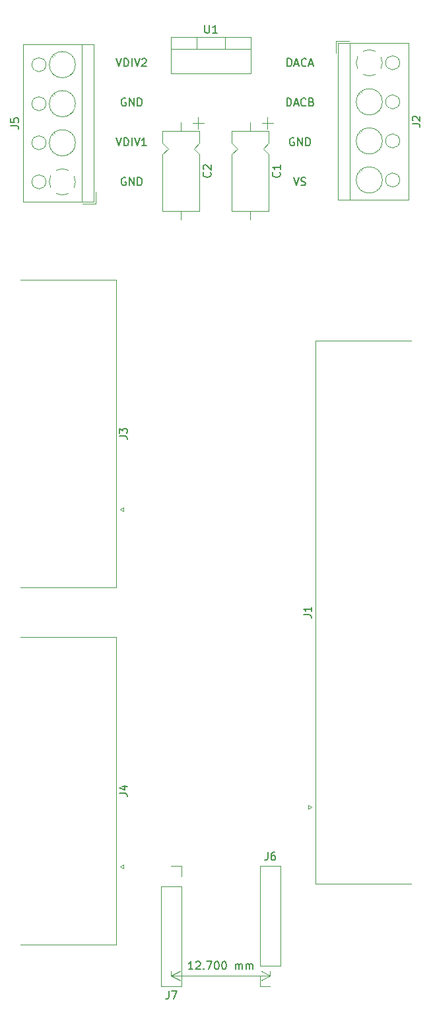
<source format=gto>
G04 #@! TF.GenerationSoftware,KiCad,Pcbnew,(6.0.0-rc1-dev-392-gd9d005190)*
G04 #@! TF.CreationDate,2018-09-18T13:24:25-04:00*
G04 #@! TF.ProjectId,labjack_breakout,6C61626A61636B5F627265616B6F7574,rev?*
G04 #@! TF.SameCoordinates,Original*
G04 #@! TF.FileFunction,Legend,Top*
G04 #@! TF.FilePolarity,Positive*
%FSLAX46Y46*%
G04 Gerber Fmt 4.6, Leading zero omitted, Abs format (unit mm)*
G04 Created by KiCad (PCBNEW (6.0.0-rc1-dev-392-gd9d005190)) date 09/18/18 13:24:25*
%MOMM*%
%LPD*%
G01*
G04 APERTURE LIST*
%ADD10C,0.150000*%
%ADD11C,0.120000*%
G04 APERTURE END LIST*
D10*
X109458571Y-157932380D02*
X108887142Y-157932380D01*
X109172857Y-157932380D02*
X109172857Y-156932380D01*
X109077619Y-157075238D01*
X108982380Y-157170476D01*
X108887142Y-157218095D01*
X109839523Y-157027619D02*
X109887142Y-156980000D01*
X109982380Y-156932380D01*
X110220476Y-156932380D01*
X110315714Y-156980000D01*
X110363333Y-157027619D01*
X110410952Y-157122857D01*
X110410952Y-157218095D01*
X110363333Y-157360952D01*
X109791904Y-157932380D01*
X110410952Y-157932380D01*
X110839523Y-157837142D02*
X110887142Y-157884761D01*
X110839523Y-157932380D01*
X110791904Y-157884761D01*
X110839523Y-157837142D01*
X110839523Y-157932380D01*
X111220476Y-156932380D02*
X111887142Y-156932380D01*
X111458571Y-157932380D01*
X112458571Y-156932380D02*
X112553809Y-156932380D01*
X112649047Y-156980000D01*
X112696666Y-157027619D01*
X112744285Y-157122857D01*
X112791904Y-157313333D01*
X112791904Y-157551428D01*
X112744285Y-157741904D01*
X112696666Y-157837142D01*
X112649047Y-157884761D01*
X112553809Y-157932380D01*
X112458571Y-157932380D01*
X112363333Y-157884761D01*
X112315714Y-157837142D01*
X112268095Y-157741904D01*
X112220476Y-157551428D01*
X112220476Y-157313333D01*
X112268095Y-157122857D01*
X112315714Y-157027619D01*
X112363333Y-156980000D01*
X112458571Y-156932380D01*
X113410952Y-156932380D02*
X113506190Y-156932380D01*
X113601428Y-156980000D01*
X113649047Y-157027619D01*
X113696666Y-157122857D01*
X113744285Y-157313333D01*
X113744285Y-157551428D01*
X113696666Y-157741904D01*
X113649047Y-157837142D01*
X113601428Y-157884761D01*
X113506190Y-157932380D01*
X113410952Y-157932380D01*
X113315714Y-157884761D01*
X113268095Y-157837142D01*
X113220476Y-157741904D01*
X113172857Y-157551428D01*
X113172857Y-157313333D01*
X113220476Y-157122857D01*
X113268095Y-157027619D01*
X113315714Y-156980000D01*
X113410952Y-156932380D01*
X114934761Y-157932380D02*
X114934761Y-157265714D01*
X114934761Y-157360952D02*
X114982380Y-157313333D01*
X115077619Y-157265714D01*
X115220476Y-157265714D01*
X115315714Y-157313333D01*
X115363333Y-157408571D01*
X115363333Y-157932380D01*
X115363333Y-157408571D02*
X115410952Y-157313333D01*
X115506190Y-157265714D01*
X115649047Y-157265714D01*
X115744285Y-157313333D01*
X115791904Y-157408571D01*
X115791904Y-157932380D01*
X116268095Y-157932380D02*
X116268095Y-157265714D01*
X116268095Y-157360952D02*
X116315714Y-157313333D01*
X116410952Y-157265714D01*
X116553809Y-157265714D01*
X116649047Y-157313333D01*
X116696666Y-157408571D01*
X116696666Y-157932380D01*
X116696666Y-157408571D02*
X116744285Y-157313333D01*
X116839523Y-157265714D01*
X116982380Y-157265714D01*
X117077619Y-157313333D01*
X117125238Y-157408571D01*
X117125238Y-157932380D01*
D11*
X119380000Y-158750000D02*
X106680000Y-158750000D01*
X119380000Y-158750000D02*
X119380000Y-158163579D01*
X106680000Y-158750000D02*
X106680000Y-158163579D01*
X106680000Y-158750000D02*
X107806504Y-158163579D01*
X106680000Y-158750000D02*
X107806504Y-159336421D01*
X119380000Y-158750000D02*
X118253496Y-158163579D01*
X119380000Y-158750000D02*
X118253496Y-159336421D01*
D10*
X99623809Y-41362380D02*
X99957142Y-42362380D01*
X100290476Y-41362380D01*
X100623809Y-42362380D02*
X100623809Y-41362380D01*
X100861904Y-41362380D01*
X101004761Y-41410000D01*
X101100000Y-41505238D01*
X101147619Y-41600476D01*
X101195238Y-41790952D01*
X101195238Y-41933809D01*
X101147619Y-42124285D01*
X101100000Y-42219523D01*
X101004761Y-42314761D01*
X100861904Y-42362380D01*
X100623809Y-42362380D01*
X101623809Y-42362380D02*
X101623809Y-41362380D01*
X101957142Y-41362380D02*
X102290476Y-42362380D01*
X102623809Y-41362380D01*
X102909523Y-41457619D02*
X102957142Y-41410000D01*
X103052380Y-41362380D01*
X103290476Y-41362380D01*
X103385714Y-41410000D01*
X103433333Y-41457619D01*
X103480952Y-41552857D01*
X103480952Y-41648095D01*
X103433333Y-41790952D01*
X102861904Y-42362380D01*
X103480952Y-42362380D01*
X99623809Y-51522380D02*
X99957142Y-52522380D01*
X100290476Y-51522380D01*
X100623809Y-52522380D02*
X100623809Y-51522380D01*
X100861904Y-51522380D01*
X101004761Y-51570000D01*
X101100000Y-51665238D01*
X101147619Y-51760476D01*
X101195238Y-51950952D01*
X101195238Y-52093809D01*
X101147619Y-52284285D01*
X101100000Y-52379523D01*
X101004761Y-52474761D01*
X100861904Y-52522380D01*
X100623809Y-52522380D01*
X101623809Y-52522380D02*
X101623809Y-51522380D01*
X101957142Y-51522380D02*
X102290476Y-52522380D01*
X102623809Y-51522380D01*
X103480952Y-52522380D02*
X102909523Y-52522380D01*
X103195238Y-52522380D02*
X103195238Y-51522380D01*
X103100000Y-51665238D01*
X103004761Y-51760476D01*
X102909523Y-51808095D01*
X100838095Y-46490000D02*
X100742857Y-46442380D01*
X100600000Y-46442380D01*
X100457142Y-46490000D01*
X100361904Y-46585238D01*
X100314285Y-46680476D01*
X100266666Y-46870952D01*
X100266666Y-47013809D01*
X100314285Y-47204285D01*
X100361904Y-47299523D01*
X100457142Y-47394761D01*
X100600000Y-47442380D01*
X100695238Y-47442380D01*
X100838095Y-47394761D01*
X100885714Y-47347142D01*
X100885714Y-47013809D01*
X100695238Y-47013809D01*
X101314285Y-47442380D02*
X101314285Y-46442380D01*
X101885714Y-47442380D01*
X101885714Y-46442380D01*
X102361904Y-47442380D02*
X102361904Y-46442380D01*
X102600000Y-46442380D01*
X102742857Y-46490000D01*
X102838095Y-46585238D01*
X102885714Y-46680476D01*
X102933333Y-46870952D01*
X102933333Y-47013809D01*
X102885714Y-47204285D01*
X102838095Y-47299523D01*
X102742857Y-47394761D01*
X102600000Y-47442380D01*
X102361904Y-47442380D01*
X100838095Y-56650000D02*
X100742857Y-56602380D01*
X100600000Y-56602380D01*
X100457142Y-56650000D01*
X100361904Y-56745238D01*
X100314285Y-56840476D01*
X100266666Y-57030952D01*
X100266666Y-57173809D01*
X100314285Y-57364285D01*
X100361904Y-57459523D01*
X100457142Y-57554761D01*
X100600000Y-57602380D01*
X100695238Y-57602380D01*
X100838095Y-57554761D01*
X100885714Y-57507142D01*
X100885714Y-57173809D01*
X100695238Y-57173809D01*
X101314285Y-57602380D02*
X101314285Y-56602380D01*
X101885714Y-57602380D01*
X101885714Y-56602380D01*
X102361904Y-57602380D02*
X102361904Y-56602380D01*
X102600000Y-56602380D01*
X102742857Y-56650000D01*
X102838095Y-56745238D01*
X102885714Y-56840476D01*
X102933333Y-57030952D01*
X102933333Y-57173809D01*
X102885714Y-57364285D01*
X102838095Y-57459523D01*
X102742857Y-57554761D01*
X102600000Y-57602380D01*
X102361904Y-57602380D01*
X122380476Y-56602380D02*
X122713809Y-57602380D01*
X123047142Y-56602380D01*
X123332857Y-57554761D02*
X123475714Y-57602380D01*
X123713809Y-57602380D01*
X123809047Y-57554761D01*
X123856666Y-57507142D01*
X123904285Y-57411904D01*
X123904285Y-57316666D01*
X123856666Y-57221428D01*
X123809047Y-57173809D01*
X123713809Y-57126190D01*
X123523333Y-57078571D01*
X123428095Y-57030952D01*
X123380476Y-56983333D01*
X123332857Y-56888095D01*
X123332857Y-56792857D01*
X123380476Y-56697619D01*
X123428095Y-56650000D01*
X123523333Y-56602380D01*
X123761428Y-56602380D01*
X123904285Y-56650000D01*
X122428095Y-51570000D02*
X122332857Y-51522380D01*
X122190000Y-51522380D01*
X122047142Y-51570000D01*
X121951904Y-51665238D01*
X121904285Y-51760476D01*
X121856666Y-51950952D01*
X121856666Y-52093809D01*
X121904285Y-52284285D01*
X121951904Y-52379523D01*
X122047142Y-52474761D01*
X122190000Y-52522380D01*
X122285238Y-52522380D01*
X122428095Y-52474761D01*
X122475714Y-52427142D01*
X122475714Y-52093809D01*
X122285238Y-52093809D01*
X122904285Y-52522380D02*
X122904285Y-51522380D01*
X123475714Y-52522380D01*
X123475714Y-51522380D01*
X123951904Y-52522380D02*
X123951904Y-51522380D01*
X124190000Y-51522380D01*
X124332857Y-51570000D01*
X124428095Y-51665238D01*
X124475714Y-51760476D01*
X124523333Y-51950952D01*
X124523333Y-52093809D01*
X124475714Y-52284285D01*
X124428095Y-52379523D01*
X124332857Y-52474761D01*
X124190000Y-52522380D01*
X123951904Y-52522380D01*
X121499523Y-47442380D02*
X121499523Y-46442380D01*
X121737619Y-46442380D01*
X121880476Y-46490000D01*
X121975714Y-46585238D01*
X122023333Y-46680476D01*
X122070952Y-46870952D01*
X122070952Y-47013809D01*
X122023333Y-47204285D01*
X121975714Y-47299523D01*
X121880476Y-47394761D01*
X121737619Y-47442380D01*
X121499523Y-47442380D01*
X122451904Y-47156666D02*
X122928095Y-47156666D01*
X122356666Y-47442380D02*
X122690000Y-46442380D01*
X123023333Y-47442380D01*
X123928095Y-47347142D02*
X123880476Y-47394761D01*
X123737619Y-47442380D01*
X123642380Y-47442380D01*
X123499523Y-47394761D01*
X123404285Y-47299523D01*
X123356666Y-47204285D01*
X123309047Y-47013809D01*
X123309047Y-46870952D01*
X123356666Y-46680476D01*
X123404285Y-46585238D01*
X123499523Y-46490000D01*
X123642380Y-46442380D01*
X123737619Y-46442380D01*
X123880476Y-46490000D01*
X123928095Y-46537619D01*
X124690000Y-46918571D02*
X124832857Y-46966190D01*
X124880476Y-47013809D01*
X124928095Y-47109047D01*
X124928095Y-47251904D01*
X124880476Y-47347142D01*
X124832857Y-47394761D01*
X124737619Y-47442380D01*
X124356666Y-47442380D01*
X124356666Y-46442380D01*
X124690000Y-46442380D01*
X124785238Y-46490000D01*
X124832857Y-46537619D01*
X124880476Y-46632857D01*
X124880476Y-46728095D01*
X124832857Y-46823333D01*
X124785238Y-46870952D01*
X124690000Y-46918571D01*
X124356666Y-46918571D01*
X121570952Y-42362380D02*
X121570952Y-41362380D01*
X121809047Y-41362380D01*
X121951904Y-41410000D01*
X122047142Y-41505238D01*
X122094761Y-41600476D01*
X122142380Y-41790952D01*
X122142380Y-41933809D01*
X122094761Y-42124285D01*
X122047142Y-42219523D01*
X121951904Y-42314761D01*
X121809047Y-42362380D01*
X121570952Y-42362380D01*
X122523333Y-42076666D02*
X122999523Y-42076666D01*
X122428095Y-42362380D02*
X122761428Y-41362380D01*
X123094761Y-42362380D01*
X123999523Y-42267142D02*
X123951904Y-42314761D01*
X123809047Y-42362380D01*
X123713809Y-42362380D01*
X123570952Y-42314761D01*
X123475714Y-42219523D01*
X123428095Y-42124285D01*
X123380476Y-41933809D01*
X123380476Y-41790952D01*
X123428095Y-41600476D01*
X123475714Y-41505238D01*
X123570952Y-41410000D01*
X123713809Y-41362380D01*
X123809047Y-41362380D01*
X123951904Y-41410000D01*
X123999523Y-41457619D01*
X124380476Y-42076666D02*
X124856666Y-42076666D01*
X124285238Y-42362380D02*
X124618571Y-41362380D01*
X124951904Y-42362380D01*
D11*
G04 #@! TO.C,C1*
X119040000Y-48890000D02*
X119040000Y-50390000D01*
X119790000Y-49640000D02*
X118290000Y-49640000D01*
X119210000Y-50640000D02*
X114470000Y-50640000D01*
X119210000Y-60880000D02*
X114470000Y-60880000D01*
X119210000Y-50640000D02*
X119210000Y-52140000D01*
X119210000Y-52140000D02*
X118460000Y-52890000D01*
X118460000Y-52890000D02*
X119210000Y-53640000D01*
X119210000Y-53640000D02*
X119210000Y-60880000D01*
X114470000Y-50640000D02*
X114470000Y-52140000D01*
X114470000Y-52140000D02*
X115220000Y-52890000D01*
X115220000Y-52890000D02*
X114470000Y-53640000D01*
X114470000Y-53640000D02*
X114470000Y-60880000D01*
X116840000Y-49500000D02*
X116840000Y-50640000D01*
X116840000Y-62020000D02*
X116840000Y-60880000D01*
G04 #@! TO.C,C2*
X107950000Y-62020000D02*
X107950000Y-60880000D01*
X107950000Y-49500000D02*
X107950000Y-50640000D01*
X105580000Y-53640000D02*
X105580000Y-60880000D01*
X106330000Y-52890000D02*
X105580000Y-53640000D01*
X105580000Y-52140000D02*
X106330000Y-52890000D01*
X105580000Y-50640000D02*
X105580000Y-52140000D01*
X110320000Y-53640000D02*
X110320000Y-60880000D01*
X109570000Y-52890000D02*
X110320000Y-53640000D01*
X110320000Y-52140000D02*
X109570000Y-52890000D01*
X110320000Y-50640000D02*
X110320000Y-52140000D01*
X110320000Y-60880000D02*
X105580000Y-60880000D01*
X110320000Y-50640000D02*
X105580000Y-50640000D01*
X110900000Y-49640000D02*
X109400000Y-49640000D01*
X110150000Y-48890000D02*
X110150000Y-50390000D01*
G04 #@! TO.C,J2*
X130596648Y-42698712D02*
G75*
G02X130400000Y-41910000I1483352J788712D01*
G01*
X132869088Y-43393953D02*
G75*
G02X131291000Y-43394000I-789088J1483953D01*
G01*
X133563953Y-41120912D02*
G75*
G02X133564000Y-42699000I-1483953J-789088D01*
G01*
X131290912Y-40426047D02*
G75*
G02X132869000Y-40426000I789088J-1483953D01*
G01*
X130399550Y-41939383D02*
G75*
G02X130596000Y-41121000I1680450J29383D01*
G01*
X135980000Y-41910000D02*
G75*
G03X135980000Y-41910000I-900000J0D01*
G01*
X133760000Y-46910000D02*
G75*
G03X133760000Y-46910000I-1680000J0D01*
G01*
X135980000Y-46910000D02*
G75*
G03X135980000Y-46910000I-900000J0D01*
G01*
X133760000Y-51910000D02*
G75*
G03X133760000Y-51910000I-1680000J0D01*
G01*
X135980000Y-51910000D02*
G75*
G03X135980000Y-51910000I-900000J0D01*
G01*
X133760000Y-56910000D02*
G75*
G03X133760000Y-56910000I-1680000J0D01*
G01*
X135980000Y-56910000D02*
G75*
G03X135980000Y-56910000I-900000J0D01*
G01*
X129580000Y-39350000D02*
X129580000Y-59471000D01*
X137140000Y-39350000D02*
X137140000Y-59471000D01*
X128020000Y-39350000D02*
X128020000Y-59471000D01*
X137140000Y-39350000D02*
X128020000Y-39350000D01*
X137140000Y-59471000D02*
X128020000Y-59471000D01*
X133149000Y-48185000D02*
X133056000Y-48091000D01*
X130864000Y-45900000D02*
X130806000Y-45841000D01*
X133355000Y-47980000D02*
X133296000Y-47921000D01*
X131104000Y-45730000D02*
X131011000Y-45636000D01*
X133149000Y-53185000D02*
X133056000Y-53091000D01*
X130864000Y-50900000D02*
X130806000Y-50841000D01*
X133355000Y-52980000D02*
X133296000Y-52921000D01*
X131104000Y-50730000D02*
X131011000Y-50636000D01*
X133149000Y-58185000D02*
X133056000Y-58091000D01*
X130864000Y-55900000D02*
X130806000Y-55841000D01*
X133355000Y-57980000D02*
X133296000Y-57921000D01*
X131104000Y-55730000D02*
X131011000Y-55636000D01*
X129520000Y-39110000D02*
X127780000Y-39110000D01*
X127780000Y-39110000D02*
X127780000Y-40610000D01*
G04 #@! TO.C,J5*
X97010000Y-59950000D02*
X97010000Y-58450000D01*
X95270000Y-59950000D02*
X97010000Y-59950000D01*
X93686000Y-43330000D02*
X93779000Y-43424000D01*
X91435000Y-41080000D02*
X91494000Y-41139000D01*
X93926000Y-43160000D02*
X93984000Y-43219000D01*
X91641000Y-40875000D02*
X91734000Y-40969000D01*
X93686000Y-48330000D02*
X93779000Y-48424000D01*
X91435000Y-46080000D02*
X91494000Y-46139000D01*
X93926000Y-48160000D02*
X93984000Y-48219000D01*
X91641000Y-45875000D02*
X91734000Y-45969000D01*
X93686000Y-53330000D02*
X93779000Y-53424000D01*
X91435000Y-51080000D02*
X91494000Y-51139000D01*
X93926000Y-53160000D02*
X93984000Y-53219000D01*
X91641000Y-50875000D02*
X91734000Y-50969000D01*
X87650000Y-39589000D02*
X96770000Y-39589000D01*
X87650000Y-59710000D02*
X96770000Y-59710000D01*
X96770000Y-59710000D02*
X96770000Y-39589000D01*
X87650000Y-59710000D02*
X87650000Y-39589000D01*
X95210000Y-59710000D02*
X95210000Y-39589000D01*
X90610000Y-42150000D02*
G75*
G03X90610000Y-42150000I-900000J0D01*
G01*
X94390000Y-42150000D02*
G75*
G03X94390000Y-42150000I-1680000J0D01*
G01*
X90610000Y-47150000D02*
G75*
G03X90610000Y-47150000I-900000J0D01*
G01*
X94390000Y-47150000D02*
G75*
G03X94390000Y-47150000I-1680000J0D01*
G01*
X90610000Y-52150000D02*
G75*
G03X90610000Y-52150000I-900000J0D01*
G01*
X94390000Y-52150000D02*
G75*
G03X94390000Y-52150000I-1680000J0D01*
G01*
X90610000Y-57150000D02*
G75*
G03X90610000Y-57150000I-900000J0D01*
G01*
X94390450Y-57120617D02*
G75*
G02X94194000Y-57939000I-1680450J-29383D01*
G01*
X93499088Y-58633953D02*
G75*
G02X91921000Y-58634000I-789088J1483953D01*
G01*
X91226047Y-57939088D02*
G75*
G02X91226000Y-56361000I1483953J789088D01*
G01*
X91920912Y-55666047D02*
G75*
G02X93499000Y-55666000I789088J-1483953D01*
G01*
X94193352Y-56361288D02*
G75*
G02X94390000Y-57150000I-1483352J-788712D01*
G01*
G04 #@! TO.C,J6*
X120710000Y-157480000D02*
X118050000Y-157480000D01*
X120710000Y-157480000D02*
X120710000Y-144720000D01*
X120710000Y-144720000D02*
X118050000Y-144720000D01*
X118050000Y-157480000D02*
X118050000Y-144720000D01*
X118050000Y-160080000D02*
X118050000Y-158750000D01*
X119380000Y-160080000D02*
X118050000Y-160080000D01*
G04 #@! TO.C,J7*
X106680000Y-144720000D02*
X108010000Y-144720000D01*
X108010000Y-144720000D02*
X108010000Y-146050000D01*
X108010000Y-147320000D02*
X108010000Y-160080000D01*
X105350000Y-160080000D02*
X108010000Y-160080000D01*
X105350000Y-147320000D02*
X105350000Y-160080000D01*
X105350000Y-147320000D02*
X108010000Y-147320000D01*
G04 #@! TO.C,U1*
X106640000Y-38640000D02*
X116880000Y-38640000D01*
X106640000Y-43281000D02*
X116880000Y-43281000D01*
X106640000Y-38640000D02*
X106640000Y-43281000D01*
X116880000Y-38640000D02*
X116880000Y-43281000D01*
X106640000Y-40150000D02*
X116880000Y-40150000D01*
X109910000Y-38640000D02*
X109910000Y-40150000D01*
X113611000Y-38640000D02*
X113611000Y-40150000D01*
G04 #@! TO.C,J1*
X137480000Y-146990000D02*
X125140000Y-146990000D01*
X125140000Y-146990000D02*
X125140000Y-77470000D01*
X125140000Y-77470000D02*
X137480000Y-77470000D01*
X124245662Y-137410000D02*
X124245662Y-136910000D01*
X124245662Y-136910000D02*
X124678675Y-137160000D01*
X124678675Y-137160000D02*
X124245662Y-137410000D01*
G04 #@! TO.C,J3*
X100111325Y-99060000D02*
X100544338Y-98810000D01*
X100544338Y-99310000D02*
X100111325Y-99060000D01*
X100544338Y-98810000D02*
X100544338Y-99310000D01*
X99650000Y-109025000D02*
X87310000Y-109025000D01*
X99650000Y-69705000D02*
X99650000Y-109025000D01*
X87310000Y-69705000D02*
X99650000Y-69705000D01*
G04 #@! TO.C,J4*
X87310000Y-115425000D02*
X99650000Y-115425000D01*
X99650000Y-115425000D02*
X99650000Y-154745000D01*
X99650000Y-154745000D02*
X87310000Y-154745000D01*
X100544338Y-144530000D02*
X100544338Y-145030000D01*
X100544338Y-145030000D02*
X100111325Y-144780000D01*
X100111325Y-144780000D02*
X100544338Y-144530000D01*
G04 #@! TO.C,C1*
D10*
X120567142Y-55926666D02*
X120614761Y-55974285D01*
X120662380Y-56117142D01*
X120662380Y-56212380D01*
X120614761Y-56355238D01*
X120519523Y-56450476D01*
X120424285Y-56498095D01*
X120233809Y-56545714D01*
X120090952Y-56545714D01*
X119900476Y-56498095D01*
X119805238Y-56450476D01*
X119710000Y-56355238D01*
X119662380Y-56212380D01*
X119662380Y-56117142D01*
X119710000Y-55974285D01*
X119757619Y-55926666D01*
X120662380Y-54974285D02*
X120662380Y-55545714D01*
X120662380Y-55260000D02*
X119662380Y-55260000D01*
X119805238Y-55355238D01*
X119900476Y-55450476D01*
X119948095Y-55545714D01*
G04 #@! TO.C,C2*
X111677142Y-55926666D02*
X111724761Y-55974285D01*
X111772380Y-56117142D01*
X111772380Y-56212380D01*
X111724761Y-56355238D01*
X111629523Y-56450476D01*
X111534285Y-56498095D01*
X111343809Y-56545714D01*
X111200952Y-56545714D01*
X111010476Y-56498095D01*
X110915238Y-56450476D01*
X110820000Y-56355238D01*
X110772380Y-56212380D01*
X110772380Y-56117142D01*
X110820000Y-55974285D01*
X110867619Y-55926666D01*
X110867619Y-55545714D02*
X110820000Y-55498095D01*
X110772380Y-55402857D01*
X110772380Y-55164761D01*
X110820000Y-55069523D01*
X110867619Y-55021904D01*
X110962857Y-54974285D01*
X111058095Y-54974285D01*
X111200952Y-55021904D01*
X111772380Y-55593333D01*
X111772380Y-54974285D01*
G04 #@! TO.C,J2*
X137592380Y-49743333D02*
X138306666Y-49743333D01*
X138449523Y-49790952D01*
X138544761Y-49886190D01*
X138592380Y-50029047D01*
X138592380Y-50124285D01*
X137687619Y-49314761D02*
X137640000Y-49267142D01*
X137592380Y-49171904D01*
X137592380Y-48933809D01*
X137640000Y-48838571D01*
X137687619Y-48790952D01*
X137782857Y-48743333D01*
X137878095Y-48743333D01*
X138020952Y-48790952D01*
X138592380Y-49362380D01*
X138592380Y-48743333D01*
G04 #@! TO.C,J5*
X86102380Y-49983333D02*
X86816666Y-49983333D01*
X86959523Y-50030952D01*
X87054761Y-50126190D01*
X87102380Y-50269047D01*
X87102380Y-50364285D01*
X86102380Y-49030952D02*
X86102380Y-49507142D01*
X86578571Y-49554761D01*
X86530952Y-49507142D01*
X86483333Y-49411904D01*
X86483333Y-49173809D01*
X86530952Y-49078571D01*
X86578571Y-49030952D01*
X86673809Y-48983333D01*
X86911904Y-48983333D01*
X87007142Y-49030952D01*
X87054761Y-49078571D01*
X87102380Y-49173809D01*
X87102380Y-49411904D01*
X87054761Y-49507142D01*
X87007142Y-49554761D01*
G04 #@! TO.C,J6*
X119046666Y-142962380D02*
X119046666Y-143676666D01*
X118999047Y-143819523D01*
X118903809Y-143914761D01*
X118760952Y-143962380D01*
X118665714Y-143962380D01*
X119951428Y-142962380D02*
X119760952Y-142962380D01*
X119665714Y-143010000D01*
X119618095Y-143057619D01*
X119522857Y-143200476D01*
X119475238Y-143390952D01*
X119475238Y-143771904D01*
X119522857Y-143867142D01*
X119570476Y-143914761D01*
X119665714Y-143962380D01*
X119856190Y-143962380D01*
X119951428Y-143914761D01*
X119999047Y-143867142D01*
X120046666Y-143771904D01*
X120046666Y-143533809D01*
X119999047Y-143438571D01*
X119951428Y-143390952D01*
X119856190Y-143343333D01*
X119665714Y-143343333D01*
X119570476Y-143390952D01*
X119522857Y-143438571D01*
X119475238Y-143533809D01*
G04 #@! TO.C,J7*
X106346666Y-160742380D02*
X106346666Y-161456666D01*
X106299047Y-161599523D01*
X106203809Y-161694761D01*
X106060952Y-161742380D01*
X105965714Y-161742380D01*
X106727619Y-160742380D02*
X107394285Y-160742380D01*
X106965714Y-161742380D01*
G04 #@! TO.C,U1*
X110998095Y-37092380D02*
X110998095Y-37901904D01*
X111045714Y-37997142D01*
X111093333Y-38044761D01*
X111188571Y-38092380D01*
X111379047Y-38092380D01*
X111474285Y-38044761D01*
X111521904Y-37997142D01*
X111569523Y-37901904D01*
X111569523Y-37092380D01*
X112569523Y-38092380D02*
X111998095Y-38092380D01*
X112283809Y-38092380D02*
X112283809Y-37092380D01*
X112188571Y-37235238D01*
X112093333Y-37330476D01*
X111998095Y-37378095D01*
G04 #@! TO.C,J1*
X123652380Y-112563333D02*
X124366666Y-112563333D01*
X124509523Y-112610952D01*
X124604761Y-112706190D01*
X124652380Y-112849047D01*
X124652380Y-112944285D01*
X124652380Y-111563333D02*
X124652380Y-112134761D01*
X124652380Y-111849047D02*
X123652380Y-111849047D01*
X123795238Y-111944285D01*
X123890476Y-112039523D01*
X123938095Y-112134761D01*
G04 #@! TO.C,J3*
X100042380Y-89698333D02*
X100756666Y-89698333D01*
X100899523Y-89745952D01*
X100994761Y-89841190D01*
X101042380Y-89984047D01*
X101042380Y-90079285D01*
X100042380Y-89317380D02*
X100042380Y-88698333D01*
X100423333Y-89031666D01*
X100423333Y-88888809D01*
X100470952Y-88793571D01*
X100518571Y-88745952D01*
X100613809Y-88698333D01*
X100851904Y-88698333D01*
X100947142Y-88745952D01*
X100994761Y-88793571D01*
X101042380Y-88888809D01*
X101042380Y-89174523D01*
X100994761Y-89269761D01*
X100947142Y-89317380D01*
G04 #@! TO.C,J4*
X100042380Y-135418333D02*
X100756666Y-135418333D01*
X100899523Y-135465952D01*
X100994761Y-135561190D01*
X101042380Y-135704047D01*
X101042380Y-135799285D01*
X100375714Y-134513571D02*
X101042380Y-134513571D01*
X99994761Y-134751666D02*
X100709047Y-134989761D01*
X100709047Y-134370714D01*
G04 #@! TD*
M02*

</source>
